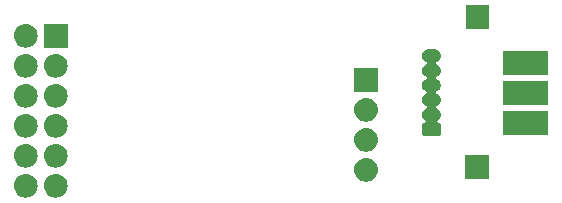
<source format=gbs>
G04 #@! TF.GenerationSoftware,KiCad,Pcbnew,(5.1.4)-1*
G04 #@! TF.CreationDate,2020-02-28T01:49:18+00:00*
G04 #@! TF.ProjectId,buffer,62756666-6572-42e6-9b69-6361645f7063,rev?*
G04 #@! TF.SameCoordinates,Original*
G04 #@! TF.FileFunction,Soldermask,Bot*
G04 #@! TF.FilePolarity,Negative*
%FSLAX46Y46*%
G04 Gerber Fmt 4.6, Leading zero omitted, Abs format (unit mm)*
G04 Created by KiCad (PCBNEW (5.1.4)-1) date 2020-02-28 01:49:18*
%MOMM*%
%LPD*%
G04 APERTURE LIST*
%ADD10C,0.100000*%
G04 APERTURE END LIST*
D10*
G36*
X40549836Y-46090830D02*
G01*
X40738332Y-46148009D01*
X40912058Y-46240868D01*
X41064328Y-46365832D01*
X41189292Y-46518102D01*
X41282151Y-46691828D01*
X41339330Y-46880324D01*
X41358638Y-47076360D01*
X41339330Y-47272396D01*
X41282151Y-47460892D01*
X41189292Y-47634618D01*
X41064328Y-47786888D01*
X40912058Y-47911852D01*
X40738332Y-48004711D01*
X40549836Y-48061890D01*
X40402920Y-48076360D01*
X40304680Y-48076360D01*
X40157764Y-48061890D01*
X39969268Y-48004711D01*
X39795542Y-47911852D01*
X39643272Y-47786888D01*
X39518308Y-47634618D01*
X39425449Y-47460892D01*
X39368270Y-47272396D01*
X39348962Y-47076360D01*
X39368270Y-46880324D01*
X39425449Y-46691828D01*
X39518308Y-46518102D01*
X39643272Y-46365832D01*
X39795542Y-46240868D01*
X39969268Y-46148009D01*
X40157764Y-46090830D01*
X40304680Y-46076360D01*
X40402920Y-46076360D01*
X40549836Y-46090830D01*
X40549836Y-46090830D01*
G37*
G36*
X38009836Y-46090830D02*
G01*
X38198332Y-46148009D01*
X38372058Y-46240868D01*
X38524328Y-46365832D01*
X38649292Y-46518102D01*
X38742151Y-46691828D01*
X38799330Y-46880324D01*
X38818638Y-47076360D01*
X38799330Y-47272396D01*
X38742151Y-47460892D01*
X38649292Y-47634618D01*
X38524328Y-47786888D01*
X38372058Y-47911852D01*
X38198332Y-48004711D01*
X38009836Y-48061890D01*
X37862920Y-48076360D01*
X37764680Y-48076360D01*
X37617764Y-48061890D01*
X37429268Y-48004711D01*
X37255542Y-47911852D01*
X37103272Y-47786888D01*
X36978308Y-47634618D01*
X36885449Y-47460892D01*
X36828270Y-47272396D01*
X36808962Y-47076360D01*
X36828270Y-46880324D01*
X36885449Y-46691828D01*
X36978308Y-46518102D01*
X37103272Y-46365832D01*
X37255542Y-46240868D01*
X37429268Y-46148009D01*
X37617764Y-46090830D01*
X37764680Y-46076360D01*
X37862920Y-46076360D01*
X38009836Y-46090830D01*
X38009836Y-46090830D01*
G37*
G36*
X66813436Y-44744630D02*
G01*
X67001932Y-44801809D01*
X67175658Y-44894668D01*
X67327928Y-45019632D01*
X67452892Y-45171902D01*
X67545751Y-45345628D01*
X67602930Y-45534124D01*
X67622238Y-45730160D01*
X67602930Y-45926196D01*
X67545751Y-46114692D01*
X67452892Y-46288418D01*
X67327928Y-46440688D01*
X67175658Y-46565652D01*
X67001932Y-46658511D01*
X66813436Y-46715690D01*
X66666520Y-46730160D01*
X66568280Y-46730160D01*
X66421364Y-46715690D01*
X66232868Y-46658511D01*
X66059142Y-46565652D01*
X65906872Y-46440688D01*
X65781908Y-46288418D01*
X65689049Y-46114692D01*
X65631870Y-45926196D01*
X65612562Y-45730160D01*
X65631870Y-45534124D01*
X65689049Y-45345628D01*
X65781908Y-45171902D01*
X65906872Y-45019632D01*
X66059142Y-44894668D01*
X66232868Y-44801809D01*
X66421364Y-44744630D01*
X66568280Y-44730160D01*
X66666520Y-44730160D01*
X66813436Y-44744630D01*
X66813436Y-44744630D01*
G37*
G36*
X77033180Y-46504100D02*
G01*
X75033180Y-46504100D01*
X75033180Y-44504100D01*
X77033180Y-44504100D01*
X77033180Y-46504100D01*
X77033180Y-46504100D01*
G37*
G36*
X38009836Y-43550830D02*
G01*
X38198332Y-43608009D01*
X38372058Y-43700868D01*
X38524328Y-43825832D01*
X38649292Y-43978102D01*
X38742151Y-44151828D01*
X38799330Y-44340324D01*
X38818638Y-44536360D01*
X38799330Y-44732396D01*
X38742151Y-44920892D01*
X38649292Y-45094618D01*
X38524328Y-45246888D01*
X38372058Y-45371852D01*
X38198332Y-45464711D01*
X38009836Y-45521890D01*
X37862920Y-45536360D01*
X37764680Y-45536360D01*
X37617764Y-45521890D01*
X37429268Y-45464711D01*
X37255542Y-45371852D01*
X37103272Y-45246888D01*
X36978308Y-45094618D01*
X36885449Y-44920892D01*
X36828270Y-44732396D01*
X36808962Y-44536360D01*
X36828270Y-44340324D01*
X36885449Y-44151828D01*
X36978308Y-43978102D01*
X37103272Y-43825832D01*
X37255542Y-43700868D01*
X37429268Y-43608009D01*
X37617764Y-43550830D01*
X37764680Y-43536360D01*
X37862920Y-43536360D01*
X38009836Y-43550830D01*
X38009836Y-43550830D01*
G37*
G36*
X40549836Y-43550830D02*
G01*
X40738332Y-43608009D01*
X40912058Y-43700868D01*
X41064328Y-43825832D01*
X41189292Y-43978102D01*
X41282151Y-44151828D01*
X41339330Y-44340324D01*
X41358638Y-44536360D01*
X41339330Y-44732396D01*
X41282151Y-44920892D01*
X41189292Y-45094618D01*
X41064328Y-45246888D01*
X40912058Y-45371852D01*
X40738332Y-45464711D01*
X40549836Y-45521890D01*
X40402920Y-45536360D01*
X40304680Y-45536360D01*
X40157764Y-45521890D01*
X39969268Y-45464711D01*
X39795542Y-45371852D01*
X39643272Y-45246888D01*
X39518308Y-45094618D01*
X39425449Y-44920892D01*
X39368270Y-44732396D01*
X39348962Y-44536360D01*
X39368270Y-44340324D01*
X39425449Y-44151828D01*
X39518308Y-43978102D01*
X39643272Y-43825832D01*
X39795542Y-43700868D01*
X39969268Y-43608009D01*
X40157764Y-43550830D01*
X40304680Y-43536360D01*
X40402920Y-43536360D01*
X40549836Y-43550830D01*
X40549836Y-43550830D01*
G37*
G36*
X66813436Y-42204630D02*
G01*
X67001932Y-42261809D01*
X67175658Y-42354668D01*
X67327928Y-42479632D01*
X67452892Y-42631902D01*
X67545751Y-42805628D01*
X67602930Y-42994124D01*
X67622238Y-43190160D01*
X67602930Y-43386196D01*
X67545751Y-43574692D01*
X67452892Y-43748418D01*
X67327928Y-43900688D01*
X67175658Y-44025652D01*
X67001932Y-44118511D01*
X66813436Y-44175690D01*
X66666520Y-44190160D01*
X66568280Y-44190160D01*
X66421364Y-44175690D01*
X66232868Y-44118511D01*
X66059142Y-44025652D01*
X65906872Y-43900688D01*
X65781908Y-43748418D01*
X65689049Y-43574692D01*
X65631870Y-43386196D01*
X65612562Y-43190160D01*
X65631870Y-42994124D01*
X65689049Y-42805628D01*
X65781908Y-42631902D01*
X65906872Y-42479632D01*
X66059142Y-42354668D01*
X66232868Y-42261809D01*
X66421364Y-42204630D01*
X66568280Y-42190160D01*
X66666520Y-42190160D01*
X66813436Y-42204630D01*
X66813436Y-42204630D01*
G37*
G36*
X40549836Y-41010830D02*
G01*
X40738332Y-41068009D01*
X40912058Y-41160868D01*
X41064328Y-41285832D01*
X41189292Y-41438102D01*
X41282151Y-41611828D01*
X41339330Y-41800324D01*
X41358638Y-41996360D01*
X41339330Y-42192396D01*
X41282151Y-42380892D01*
X41189292Y-42554618D01*
X41064328Y-42706888D01*
X40912058Y-42831852D01*
X40738332Y-42924711D01*
X40549836Y-42981890D01*
X40402920Y-42996360D01*
X40304680Y-42996360D01*
X40157764Y-42981890D01*
X39969268Y-42924711D01*
X39795542Y-42831852D01*
X39643272Y-42706888D01*
X39518308Y-42554618D01*
X39425449Y-42380892D01*
X39368270Y-42192396D01*
X39348962Y-41996360D01*
X39368270Y-41800324D01*
X39425449Y-41611828D01*
X39518308Y-41438102D01*
X39643272Y-41285832D01*
X39795542Y-41160868D01*
X39969268Y-41068009D01*
X40157764Y-41010830D01*
X40304680Y-40996360D01*
X40402920Y-40996360D01*
X40549836Y-41010830D01*
X40549836Y-41010830D01*
G37*
G36*
X38009836Y-41010830D02*
G01*
X38198332Y-41068009D01*
X38372058Y-41160868D01*
X38524328Y-41285832D01*
X38649292Y-41438102D01*
X38742151Y-41611828D01*
X38799330Y-41800324D01*
X38818638Y-41996360D01*
X38799330Y-42192396D01*
X38742151Y-42380892D01*
X38649292Y-42554618D01*
X38524328Y-42706888D01*
X38372058Y-42831852D01*
X38198332Y-42924711D01*
X38009836Y-42981890D01*
X37862920Y-42996360D01*
X37764680Y-42996360D01*
X37617764Y-42981890D01*
X37429268Y-42924711D01*
X37255542Y-42831852D01*
X37103272Y-42706888D01*
X36978308Y-42554618D01*
X36885449Y-42380892D01*
X36828270Y-42192396D01*
X36808962Y-41996360D01*
X36828270Y-41800324D01*
X36885449Y-41611828D01*
X36978308Y-41438102D01*
X37103272Y-41285832D01*
X37255542Y-41160868D01*
X37429268Y-41068009D01*
X37617764Y-41010830D01*
X37764680Y-40996360D01*
X37862920Y-40996360D01*
X38009836Y-41010830D01*
X38009836Y-41010830D01*
G37*
G36*
X72512420Y-35508918D02*
G01*
X72616093Y-35540367D01*
X72663868Y-35565904D01*
X72711642Y-35591439D01*
X72711644Y-35591440D01*
X72711643Y-35591440D01*
X72795390Y-35660170D01*
X72864120Y-35743917D01*
X72915193Y-35839467D01*
X72946642Y-35943140D01*
X72957261Y-36050960D01*
X72946642Y-36158780D01*
X72915193Y-36262453D01*
X72915192Y-36262454D01*
X72864121Y-36358002D01*
X72795390Y-36441750D01*
X72711642Y-36510481D01*
X72671704Y-36531828D01*
X72616545Y-36561311D01*
X72595356Y-36575469D01*
X72577335Y-36593489D01*
X72563177Y-36614679D01*
X72553425Y-36638223D01*
X72548453Y-36663218D01*
X72548453Y-36688702D01*
X72553425Y-36713697D01*
X72563177Y-36737241D01*
X72577335Y-36758430D01*
X72595355Y-36776451D01*
X72616545Y-36790609D01*
X72711642Y-36841439D01*
X72711644Y-36841440D01*
X72711643Y-36841440D01*
X72795390Y-36910170D01*
X72864120Y-36993917D01*
X72915193Y-37089467D01*
X72946642Y-37193140D01*
X72957261Y-37300960D01*
X72946642Y-37408780D01*
X72915193Y-37512453D01*
X72915192Y-37512454D01*
X72864121Y-37608002D01*
X72795390Y-37691750D01*
X72711642Y-37760481D01*
X72627771Y-37805311D01*
X72616545Y-37811311D01*
X72595356Y-37825469D01*
X72577335Y-37843489D01*
X72563177Y-37864679D01*
X72553425Y-37888223D01*
X72548453Y-37913218D01*
X72548453Y-37938702D01*
X72553425Y-37963697D01*
X72563177Y-37987241D01*
X72577335Y-38008430D01*
X72595355Y-38026451D01*
X72616545Y-38040609D01*
X72711642Y-38091439D01*
X72711644Y-38091440D01*
X72711643Y-38091440D01*
X72795390Y-38160170D01*
X72864120Y-38243917D01*
X72915193Y-38339467D01*
X72946642Y-38443140D01*
X72957261Y-38550960D01*
X72946642Y-38658780D01*
X72915193Y-38762453D01*
X72915192Y-38762454D01*
X72864121Y-38858002D01*
X72795390Y-38941750D01*
X72711642Y-39010481D01*
X72627771Y-39055311D01*
X72616545Y-39061311D01*
X72595356Y-39075469D01*
X72577335Y-39093489D01*
X72563177Y-39114679D01*
X72553425Y-39138223D01*
X72548453Y-39163218D01*
X72548453Y-39188702D01*
X72553425Y-39213697D01*
X72563177Y-39237241D01*
X72577335Y-39258430D01*
X72595355Y-39276451D01*
X72616545Y-39290609D01*
X72711642Y-39341439D01*
X72795390Y-39410170D01*
X72833298Y-39456360D01*
X72864120Y-39493917D01*
X72915193Y-39589467D01*
X72946642Y-39693140D01*
X72957261Y-39800960D01*
X72946642Y-39908780D01*
X72915193Y-40012453D01*
X72889656Y-40060228D01*
X72864121Y-40108002D01*
X72795390Y-40191750D01*
X72711642Y-40260481D01*
X72652950Y-40291852D01*
X72616545Y-40311311D01*
X72595356Y-40325469D01*
X72577335Y-40343489D01*
X72563177Y-40364679D01*
X72553425Y-40388223D01*
X72548453Y-40413218D01*
X72548453Y-40438702D01*
X72553425Y-40463697D01*
X72563177Y-40487241D01*
X72577335Y-40508430D01*
X72595355Y-40526451D01*
X72616545Y-40540609D01*
X72711642Y-40591439D01*
X72711644Y-40591440D01*
X72711643Y-40591440D01*
X72795390Y-40660170D01*
X72864120Y-40743917D01*
X72915193Y-40839467D01*
X72946642Y-40943140D01*
X72957261Y-41050960D01*
X72946642Y-41158780D01*
X72915193Y-41262453D01*
X72889656Y-41310228D01*
X72864121Y-41358002D01*
X72795390Y-41441750D01*
X72711642Y-41510481D01*
X72711640Y-41510482D01*
X72709733Y-41512047D01*
X72692632Y-41523474D01*
X72674611Y-41541495D01*
X72660453Y-41562684D01*
X72650701Y-41586228D01*
X72645729Y-41611223D01*
X72645729Y-41636707D01*
X72650701Y-41661702D01*
X72660453Y-41685246D01*
X72674611Y-41706435D01*
X72692632Y-41724456D01*
X72713821Y-41738614D01*
X72737365Y-41748366D01*
X72762359Y-41753338D01*
X72785448Y-41755612D01*
X72824722Y-41767526D01*
X72860921Y-41786875D01*
X72892648Y-41812912D01*
X72918685Y-41844639D01*
X72938034Y-41880838D01*
X72949948Y-41920113D01*
X72954600Y-41967346D01*
X72954600Y-42634574D01*
X72949948Y-42681807D01*
X72938034Y-42721082D01*
X72918685Y-42757281D01*
X72892648Y-42789008D01*
X72860921Y-42815045D01*
X72824722Y-42834394D01*
X72785447Y-42846308D01*
X72738214Y-42850960D01*
X71570986Y-42850960D01*
X71523753Y-42846308D01*
X71484478Y-42834394D01*
X71448279Y-42815045D01*
X71416552Y-42789008D01*
X71390515Y-42757281D01*
X71371166Y-42721082D01*
X71359252Y-42681807D01*
X71354600Y-42634574D01*
X71354600Y-41967346D01*
X71359252Y-41920113D01*
X71371166Y-41880838D01*
X71390515Y-41844639D01*
X71416552Y-41812912D01*
X71448279Y-41786875D01*
X71484478Y-41767526D01*
X71523752Y-41755612D01*
X71546841Y-41753338D01*
X71571835Y-41748366D01*
X71595380Y-41738614D01*
X71616569Y-41724455D01*
X71634589Y-41706435D01*
X71648747Y-41685246D01*
X71658499Y-41661701D01*
X71663471Y-41636707D01*
X71663471Y-41611222D01*
X71658499Y-41586228D01*
X71648747Y-41562683D01*
X71634588Y-41541494D01*
X71616568Y-41523474D01*
X71599467Y-41512047D01*
X71597560Y-41510482D01*
X71597558Y-41510481D01*
X71513810Y-41441750D01*
X71445079Y-41358002D01*
X71419544Y-41310228D01*
X71394007Y-41262453D01*
X71362558Y-41158780D01*
X71351939Y-41050960D01*
X71362558Y-40943140D01*
X71394007Y-40839467D01*
X71445080Y-40743917D01*
X71513810Y-40660170D01*
X71597557Y-40591440D01*
X71597556Y-40591440D01*
X71597558Y-40591439D01*
X71692655Y-40540609D01*
X71713844Y-40526451D01*
X71731865Y-40508431D01*
X71746023Y-40487241D01*
X71755775Y-40463697D01*
X71760747Y-40438702D01*
X71760747Y-40413218D01*
X71755775Y-40388223D01*
X71746023Y-40364679D01*
X71731865Y-40343490D01*
X71713845Y-40325469D01*
X71692655Y-40311311D01*
X71656250Y-40291852D01*
X71597558Y-40260481D01*
X71513810Y-40191750D01*
X71445079Y-40108002D01*
X71419544Y-40060228D01*
X71394007Y-40012453D01*
X71362558Y-39908780D01*
X71351939Y-39800960D01*
X71362558Y-39693140D01*
X71394007Y-39589467D01*
X71445080Y-39493917D01*
X71475903Y-39456360D01*
X71513810Y-39410170D01*
X71597558Y-39341439D01*
X71692655Y-39290609D01*
X71713844Y-39276451D01*
X71731865Y-39258431D01*
X71746023Y-39237241D01*
X71755775Y-39213697D01*
X71760747Y-39188702D01*
X71760747Y-39163218D01*
X71755775Y-39138223D01*
X71746023Y-39114679D01*
X71731865Y-39093490D01*
X71713845Y-39075469D01*
X71692655Y-39061311D01*
X71681429Y-39055311D01*
X71597558Y-39010481D01*
X71513810Y-38941750D01*
X71445079Y-38858002D01*
X71394008Y-38762454D01*
X71394007Y-38762453D01*
X71362558Y-38658780D01*
X71351939Y-38550960D01*
X71362558Y-38443140D01*
X71394007Y-38339467D01*
X71445080Y-38243917D01*
X71513810Y-38160170D01*
X71597557Y-38091440D01*
X71597556Y-38091440D01*
X71597558Y-38091439D01*
X71692655Y-38040609D01*
X71713844Y-38026451D01*
X71731865Y-38008431D01*
X71746023Y-37987241D01*
X71755775Y-37963697D01*
X71760747Y-37938702D01*
X71760747Y-37913218D01*
X71755775Y-37888223D01*
X71746023Y-37864679D01*
X71731865Y-37843490D01*
X71713845Y-37825469D01*
X71692655Y-37811311D01*
X71681429Y-37805311D01*
X71597558Y-37760481D01*
X71513810Y-37691750D01*
X71445079Y-37608002D01*
X71394008Y-37512454D01*
X71394007Y-37512453D01*
X71362558Y-37408780D01*
X71351939Y-37300960D01*
X71362558Y-37193140D01*
X71394007Y-37089467D01*
X71445080Y-36993917D01*
X71513810Y-36910170D01*
X71597557Y-36841440D01*
X71597556Y-36841440D01*
X71597558Y-36841439D01*
X71692655Y-36790609D01*
X71713844Y-36776451D01*
X71731865Y-36758431D01*
X71746023Y-36737241D01*
X71755775Y-36713697D01*
X71760747Y-36688702D01*
X71760747Y-36663218D01*
X71755775Y-36638223D01*
X71746023Y-36614679D01*
X71731865Y-36593490D01*
X71713845Y-36575469D01*
X71692655Y-36561311D01*
X71637496Y-36531828D01*
X71597558Y-36510481D01*
X71513810Y-36441750D01*
X71445079Y-36358002D01*
X71394008Y-36262454D01*
X71394007Y-36262453D01*
X71362558Y-36158780D01*
X71351939Y-36050960D01*
X71362558Y-35943140D01*
X71394007Y-35839467D01*
X71445080Y-35743917D01*
X71513810Y-35660170D01*
X71597557Y-35591440D01*
X71597556Y-35591440D01*
X71597558Y-35591439D01*
X71645332Y-35565903D01*
X71693107Y-35540367D01*
X71796780Y-35508918D01*
X71877582Y-35500960D01*
X72431618Y-35500960D01*
X72512420Y-35508918D01*
X72512420Y-35508918D01*
G37*
G36*
X82030200Y-42765960D02*
G01*
X78230200Y-42765960D01*
X78230200Y-40715960D01*
X82030200Y-40715960D01*
X82030200Y-42765960D01*
X82030200Y-42765960D01*
G37*
G36*
X66813436Y-39664630D02*
G01*
X67001932Y-39721809D01*
X67175658Y-39814668D01*
X67327928Y-39939632D01*
X67452892Y-40091902D01*
X67545751Y-40265628D01*
X67602930Y-40454124D01*
X67622238Y-40650160D01*
X67602930Y-40846196D01*
X67545751Y-41034692D01*
X67452892Y-41208418D01*
X67327928Y-41360688D01*
X67175658Y-41485652D01*
X67001932Y-41578511D01*
X66813436Y-41635690D01*
X66666520Y-41650160D01*
X66568280Y-41650160D01*
X66421364Y-41635690D01*
X66232868Y-41578511D01*
X66059142Y-41485652D01*
X65906872Y-41360688D01*
X65781908Y-41208418D01*
X65689049Y-41034692D01*
X65631870Y-40846196D01*
X65612562Y-40650160D01*
X65631870Y-40454124D01*
X65689049Y-40265628D01*
X65781908Y-40091902D01*
X65906872Y-39939632D01*
X66059142Y-39814668D01*
X66232868Y-39721809D01*
X66421364Y-39664630D01*
X66568280Y-39650160D01*
X66666520Y-39650160D01*
X66813436Y-39664630D01*
X66813436Y-39664630D01*
G37*
G36*
X38009836Y-38470830D02*
G01*
X38198332Y-38528009D01*
X38372058Y-38620868D01*
X38524328Y-38745832D01*
X38649292Y-38898102D01*
X38742151Y-39071828D01*
X38799330Y-39260324D01*
X38818638Y-39456360D01*
X38799330Y-39652396D01*
X38742151Y-39840892D01*
X38649292Y-40014618D01*
X38524328Y-40166888D01*
X38372058Y-40291852D01*
X38198332Y-40384711D01*
X38009836Y-40441890D01*
X37862920Y-40456360D01*
X37764680Y-40456360D01*
X37617764Y-40441890D01*
X37429268Y-40384711D01*
X37255542Y-40291852D01*
X37103272Y-40166888D01*
X36978308Y-40014618D01*
X36885449Y-39840892D01*
X36828270Y-39652396D01*
X36808962Y-39456360D01*
X36828270Y-39260324D01*
X36885449Y-39071828D01*
X36978308Y-38898102D01*
X37103272Y-38745832D01*
X37255542Y-38620868D01*
X37429268Y-38528009D01*
X37617764Y-38470830D01*
X37764680Y-38456360D01*
X37862920Y-38456360D01*
X38009836Y-38470830D01*
X38009836Y-38470830D01*
G37*
G36*
X40549836Y-38470830D02*
G01*
X40738332Y-38528009D01*
X40912058Y-38620868D01*
X41064328Y-38745832D01*
X41189292Y-38898102D01*
X41282151Y-39071828D01*
X41339330Y-39260324D01*
X41358638Y-39456360D01*
X41339330Y-39652396D01*
X41282151Y-39840892D01*
X41189292Y-40014618D01*
X41064328Y-40166888D01*
X40912058Y-40291852D01*
X40738332Y-40384711D01*
X40549836Y-40441890D01*
X40402920Y-40456360D01*
X40304680Y-40456360D01*
X40157764Y-40441890D01*
X39969268Y-40384711D01*
X39795542Y-40291852D01*
X39643272Y-40166888D01*
X39518308Y-40014618D01*
X39425449Y-39840892D01*
X39368270Y-39652396D01*
X39348962Y-39456360D01*
X39368270Y-39260324D01*
X39425449Y-39071828D01*
X39518308Y-38898102D01*
X39643272Y-38745832D01*
X39795542Y-38620868D01*
X39969268Y-38528009D01*
X40157764Y-38470830D01*
X40304680Y-38456360D01*
X40402920Y-38456360D01*
X40549836Y-38470830D01*
X40549836Y-38470830D01*
G37*
G36*
X82030200Y-40225960D02*
G01*
X78230200Y-40225960D01*
X78230200Y-38175960D01*
X82030200Y-38175960D01*
X82030200Y-40225960D01*
X82030200Y-40225960D01*
G37*
G36*
X67617400Y-39110160D02*
G01*
X65617400Y-39110160D01*
X65617400Y-37110160D01*
X67617400Y-37110160D01*
X67617400Y-39110160D01*
X67617400Y-39110160D01*
G37*
G36*
X40549836Y-35930830D02*
G01*
X40738332Y-35988009D01*
X40912058Y-36080868D01*
X41064328Y-36205832D01*
X41189292Y-36358102D01*
X41282151Y-36531828D01*
X41339330Y-36720324D01*
X41358638Y-36916360D01*
X41339330Y-37112396D01*
X41282151Y-37300892D01*
X41189292Y-37474618D01*
X41064328Y-37626888D01*
X40912058Y-37751852D01*
X40738332Y-37844711D01*
X40549836Y-37901890D01*
X40402920Y-37916360D01*
X40304680Y-37916360D01*
X40157764Y-37901890D01*
X39969268Y-37844711D01*
X39795542Y-37751852D01*
X39643272Y-37626888D01*
X39518308Y-37474618D01*
X39425449Y-37300892D01*
X39368270Y-37112396D01*
X39348962Y-36916360D01*
X39368270Y-36720324D01*
X39425449Y-36531828D01*
X39518308Y-36358102D01*
X39643272Y-36205832D01*
X39795542Y-36080868D01*
X39969268Y-35988009D01*
X40157764Y-35930830D01*
X40304680Y-35916360D01*
X40402920Y-35916360D01*
X40549836Y-35930830D01*
X40549836Y-35930830D01*
G37*
G36*
X38009836Y-35930830D02*
G01*
X38198332Y-35988009D01*
X38372058Y-36080868D01*
X38524328Y-36205832D01*
X38649292Y-36358102D01*
X38742151Y-36531828D01*
X38799330Y-36720324D01*
X38818638Y-36916360D01*
X38799330Y-37112396D01*
X38742151Y-37300892D01*
X38649292Y-37474618D01*
X38524328Y-37626888D01*
X38372058Y-37751852D01*
X38198332Y-37844711D01*
X38009836Y-37901890D01*
X37862920Y-37916360D01*
X37764680Y-37916360D01*
X37617764Y-37901890D01*
X37429268Y-37844711D01*
X37255542Y-37751852D01*
X37103272Y-37626888D01*
X36978308Y-37474618D01*
X36885449Y-37300892D01*
X36828270Y-37112396D01*
X36808962Y-36916360D01*
X36828270Y-36720324D01*
X36885449Y-36531828D01*
X36978308Y-36358102D01*
X37103272Y-36205832D01*
X37255542Y-36080868D01*
X37429268Y-35988009D01*
X37617764Y-35930830D01*
X37764680Y-35916360D01*
X37862920Y-35916360D01*
X38009836Y-35930830D01*
X38009836Y-35930830D01*
G37*
G36*
X82030200Y-37685960D02*
G01*
X78230200Y-37685960D01*
X78230200Y-35635960D01*
X82030200Y-35635960D01*
X82030200Y-37685960D01*
X82030200Y-37685960D01*
G37*
G36*
X38009836Y-33390830D02*
G01*
X38198332Y-33448009D01*
X38372058Y-33540868D01*
X38524328Y-33665832D01*
X38649292Y-33818102D01*
X38742151Y-33991828D01*
X38799330Y-34180324D01*
X38818638Y-34376360D01*
X38799330Y-34572396D01*
X38742151Y-34760892D01*
X38649292Y-34934618D01*
X38524328Y-35086888D01*
X38372058Y-35211852D01*
X38198332Y-35304711D01*
X38009836Y-35361890D01*
X37862920Y-35376360D01*
X37764680Y-35376360D01*
X37617764Y-35361890D01*
X37429268Y-35304711D01*
X37255542Y-35211852D01*
X37103272Y-35086888D01*
X36978308Y-34934618D01*
X36885449Y-34760892D01*
X36828270Y-34572396D01*
X36808962Y-34376360D01*
X36828270Y-34180324D01*
X36885449Y-33991828D01*
X36978308Y-33818102D01*
X37103272Y-33665832D01*
X37255542Y-33540868D01*
X37429268Y-33448009D01*
X37617764Y-33390830D01*
X37764680Y-33376360D01*
X37862920Y-33376360D01*
X38009836Y-33390830D01*
X38009836Y-33390830D01*
G37*
G36*
X41353800Y-35376360D02*
G01*
X39353800Y-35376360D01*
X39353800Y-33376360D01*
X41353800Y-33376360D01*
X41353800Y-35376360D01*
X41353800Y-35376360D01*
G37*
G36*
X77040800Y-33801560D02*
G01*
X75040800Y-33801560D01*
X75040800Y-31801560D01*
X77040800Y-31801560D01*
X77040800Y-33801560D01*
X77040800Y-33801560D01*
G37*
M02*

</source>
